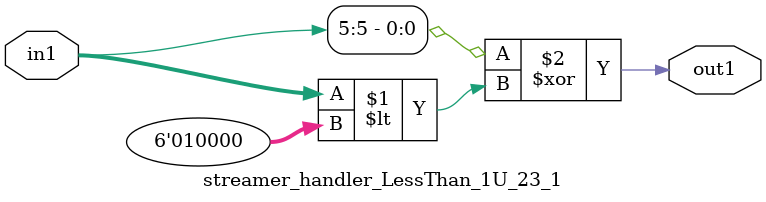
<source format=v>

`timescale 1ps / 1ps


module streamer_handler_LessThan_1U_23_1( in1, out1 );

    input [5:0] in1;
    output out1;

    
    // rtl_process:qkv_macro_handler_hub_LessThan_1U_11_1/qkv_macro_handler_hub_LessThan_1U_11_1_thread_1
    assign out1 = (in1[5] ^ in1 < 6'd16);

endmodule





</source>
